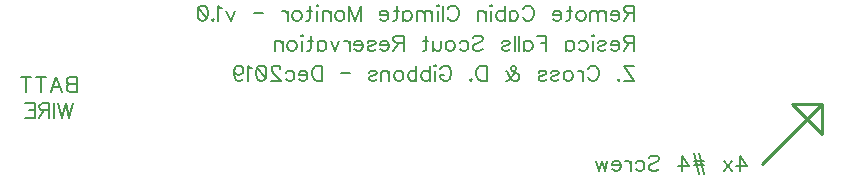
<source format=gbr>
G04 DipTrace 3.3.1.3*
G04 BottomSilk.gbr*
%MOIN*%
G04 #@! TF.FileFunction,Legend,Bot*
G04 #@! TF.Part,Single*
%ADD20C,0.011301*%
%ADD87C,0.00772*%
%FSLAX26Y26*%
G04*
G70*
G90*
G75*
G01*
G04 BotSilk*
%LPD*%
X3506200Y3506200D2*
D20*
X3306200Y3306200D1*
X3506200Y3506200D2*
Y3406200D1*
Y3506200D2*
X3406200D1*
X3506200Y3406200D1*
X3231386Y3284220D2*
D87*
Y3334405D1*
X3255318Y3300967D1*
X3219448D1*
X3204009Y3317714D2*
X3177701Y3284220D1*
Y3317714D2*
X3204009Y3284220D1*
X3094537Y3343994D2*
X3111229Y3274631D1*
X3080167Y3343994D2*
X3096914Y3274631D1*
X3111229Y3316498D2*
X3077790D1*
X3113660Y3302128D2*
X3080167D1*
X3038419Y3284220D2*
Y3334405D1*
X3062351Y3300967D1*
X3026481D1*
X2928948Y3327275D2*
X2933701Y3332084D1*
X2940886Y3334460D1*
X2950448D1*
X2957633Y3332084D1*
X2962441Y3327275D1*
Y3322522D1*
X2960009Y3317714D1*
X2957633Y3315337D1*
X2952879Y3312961D1*
X2938509Y3308152D1*
X2933701Y3305776D1*
X2931324Y3303344D1*
X2928948Y3298591D1*
Y3291406D1*
X2933701Y3286652D1*
X2940886Y3284220D1*
X2950448D1*
X2957633Y3286652D1*
X2962441Y3291406D1*
X2884768Y3310529D2*
X2889577Y3315337D1*
X2894385Y3317714D1*
X2901515D1*
X2906323Y3315337D1*
X2911077Y3310529D1*
X2913508Y3303344D1*
Y3298591D1*
X2911077Y3291406D1*
X2906323Y3286652D1*
X2901515Y3284220D1*
X2894385D1*
X2889577Y3286652D1*
X2884768Y3291406D1*
X2869329Y3317714D2*
Y3284220D1*
Y3303344D2*
X2866897Y3310529D1*
X2862144Y3315337D1*
X2857336Y3317714D1*
X2850151D1*
X2834711Y3303344D2*
X2806026D1*
Y3308152D1*
X2808403Y3312961D1*
X2810780Y3315337D1*
X2815588Y3317714D1*
X2822773D1*
X2827526Y3315337D1*
X2832335Y3310529D1*
X2834711Y3303344D1*
Y3298591D1*
X2832335Y3291406D1*
X2827526Y3286652D1*
X2822773Y3284220D1*
X2815588D1*
X2810780Y3286652D1*
X2806026Y3291406D1*
X2790587Y3317714D2*
X2781026Y3284220D1*
X2771464Y3317714D1*
X2761902Y3284220D1*
X2752341Y3317714D1*
X2879250Y3810529D2*
X2857750D1*
X2850565Y3812961D1*
X2848134Y3815337D1*
X2845757Y3820090D1*
Y3824899D1*
X2848134Y3829652D1*
X2850565Y3832084D1*
X2857750Y3834460D1*
X2879250D1*
Y3784220D1*
X2862504Y3810529D2*
X2845757Y3784220D1*
X2830318Y3803344D2*
X2801633D1*
Y3808152D1*
X2804009Y3812961D1*
X2806386Y3815337D1*
X2811194Y3817714D1*
X2818379D1*
X2823133Y3815337D1*
X2827941Y3810529D1*
X2830318Y3803344D1*
Y3798591D1*
X2827941Y3791406D1*
X2823133Y3786652D1*
X2818379Y3784220D1*
X2811194D1*
X2806386Y3786652D1*
X2801633Y3791406D1*
X2786194Y3817714D2*
Y3784220D1*
Y3808152D2*
X2779009Y3815337D1*
X2774200Y3817714D1*
X2767070D1*
X2762262Y3815337D1*
X2759885Y3808152D1*
Y3784220D1*
Y3808152D2*
X2752700Y3815337D1*
X2747892Y3817714D1*
X2740762D1*
X2735954Y3815337D1*
X2733522Y3808152D1*
Y3784220D1*
X2706144Y3817714D2*
X2710897Y3815337D1*
X2715706Y3810529D1*
X2718082Y3803344D1*
Y3798591D1*
X2715706Y3791406D1*
X2710897Y3786652D1*
X2706144Y3784220D1*
X2698959D1*
X2694151Y3786652D1*
X2689398Y3791406D1*
X2686966Y3798591D1*
Y3803344D1*
X2689398Y3810529D1*
X2694151Y3815337D1*
X2698959Y3817714D1*
X2706144D1*
X2664341Y3834460D2*
Y3793782D1*
X2661965Y3786652D1*
X2657156Y3784220D1*
X2652403D1*
X2671526Y3817714D2*
X2654780D1*
X2636964Y3803344D2*
X2608279D1*
Y3808152D1*
X2610656Y3812961D1*
X2613032Y3815337D1*
X2617841Y3817714D1*
X2625026D1*
X2629779Y3815337D1*
X2634587Y3810529D1*
X2636964Y3803344D1*
Y3798591D1*
X2634587Y3791406D1*
X2629779Y3786652D1*
X2625026Y3784220D1*
X2617841D1*
X2613032Y3786652D1*
X2608279Y3791406D1*
X2508369Y3822522D2*
X2510746Y3827275D1*
X2515554Y3832084D1*
X2520307Y3834460D1*
X2529869D1*
X2534677Y3832084D1*
X2539430Y3827275D1*
X2541862Y3822522D1*
X2544239Y3815337D1*
Y3803344D1*
X2541862Y3796214D1*
X2539430Y3791406D1*
X2534677Y3786652D1*
X2529869Y3784220D1*
X2520307D1*
X2515554Y3786652D1*
X2510746Y3791406D1*
X2508369Y3796214D1*
X2464245Y3817714D2*
Y3784220D1*
Y3810529D2*
X2468998Y3815337D1*
X2473806Y3817714D1*
X2480936D1*
X2485745Y3815337D1*
X2490498Y3810529D1*
X2492930Y3803344D1*
Y3798591D1*
X2490498Y3791406D1*
X2485745Y3786652D1*
X2480936Y3784220D1*
X2473806D1*
X2468998Y3786652D1*
X2464245Y3791406D1*
X2448806Y3834460D2*
Y3784220D1*
Y3810529D2*
X2443997Y3815337D1*
X2439244Y3817714D1*
X2432059D1*
X2427306Y3815337D1*
X2422497Y3810529D1*
X2420121Y3803344D1*
Y3798591D1*
X2422497Y3791406D1*
X2427306Y3786652D1*
X2432059Y3784220D1*
X2439244D1*
X2443997Y3786652D1*
X2448806Y3791406D1*
X2404681Y3834460D2*
X2402305Y3832084D1*
X2399873Y3834460D1*
X2402305Y3836892D1*
X2404681Y3834460D1*
X2402305Y3817714D2*
Y3784220D1*
X2384434Y3817714D2*
Y3784220D1*
Y3808152D2*
X2377249Y3815337D1*
X2372440Y3817714D1*
X2365310D1*
X2360502Y3815337D1*
X2358125Y3808152D1*
Y3784220D1*
X2258215Y3822522D2*
X2260592Y3827275D1*
X2265400Y3832084D1*
X2270154Y3834460D1*
X2279715D1*
X2284524Y3832084D1*
X2289277Y3827275D1*
X2291709Y3822522D1*
X2294085Y3815337D1*
Y3803344D1*
X2291709Y3796214D1*
X2289277Y3791406D1*
X2284524Y3786652D1*
X2279715Y3784220D1*
X2270154D1*
X2265400Y3786652D1*
X2260592Y3791406D1*
X2258215Y3796214D1*
X2242776Y3834460D2*
Y3784220D1*
X2227337Y3834460D2*
X2224960Y3832084D1*
X2222528Y3834460D1*
X2224960Y3836892D1*
X2227337Y3834460D1*
X2224960Y3817714D2*
Y3784220D1*
X2207089Y3817714D2*
Y3784220D1*
Y3808152D2*
X2199904Y3815337D1*
X2195096Y3817714D1*
X2187966D1*
X2183157Y3815337D1*
X2180781Y3808152D1*
Y3784220D1*
Y3808152D2*
X2173596Y3815337D1*
X2168787Y3817714D1*
X2161658D1*
X2156849Y3815337D1*
X2154417Y3808152D1*
Y3784220D1*
X2110293Y3817714D2*
Y3784220D1*
Y3810529D2*
X2115046Y3815337D1*
X2119855Y3817714D1*
X2126985D1*
X2131793Y3815337D1*
X2136546Y3810529D1*
X2138978Y3803344D1*
Y3798591D1*
X2136546Y3791406D1*
X2131793Y3786652D1*
X2126985Y3784220D1*
X2119855D1*
X2115046Y3786652D1*
X2110293Y3791406D1*
X2087669Y3834460D2*
Y3793782D1*
X2085292Y3786652D1*
X2080484Y3784220D1*
X2075731D1*
X2094854Y3817714D2*
X2078107D1*
X2060291Y3803344D2*
X2031606D1*
Y3808152D1*
X2033983Y3812961D1*
X2036360Y3815337D1*
X2041168Y3817714D1*
X2048353D1*
X2053106Y3815337D1*
X2057915Y3810529D1*
X2060291Y3803344D1*
Y3798591D1*
X2057915Y3791406D1*
X2053106Y3786652D1*
X2048353Y3784220D1*
X2041168D1*
X2036360Y3786652D1*
X2031606Y3791406D1*
X1929320Y3784220D2*
Y3834460D1*
X1948443Y3784220D1*
X1967566Y3834460D1*
Y3784220D1*
X1901942Y3817714D2*
X1906695Y3815337D1*
X1911504Y3810529D1*
X1913880Y3803344D1*
Y3798591D1*
X1911504Y3791406D1*
X1906695Y3786652D1*
X1901942Y3784220D1*
X1894757D1*
X1889949Y3786652D1*
X1885196Y3791406D1*
X1882764Y3798591D1*
Y3803344D1*
X1885196Y3810529D1*
X1889949Y3815337D1*
X1894757Y3817714D1*
X1901942D1*
X1867324D2*
Y3784220D1*
Y3808152D2*
X1860139Y3815337D1*
X1855331Y3817714D1*
X1848201D1*
X1843393Y3815337D1*
X1841016Y3808152D1*
Y3784220D1*
X1825577Y3834460D2*
X1823200Y3832084D1*
X1820768Y3834460D1*
X1823200Y3836892D1*
X1825577Y3834460D1*
X1823200Y3817714D2*
Y3784220D1*
X1798144Y3834460D2*
Y3793782D1*
X1795768Y3786652D1*
X1790959Y3784220D1*
X1786206D1*
X1805329Y3817714D2*
X1788583D1*
X1758829D2*
X1763582Y3815337D1*
X1768390Y3810529D1*
X1770767Y3803344D1*
Y3798591D1*
X1768390Y3791406D1*
X1763582Y3786652D1*
X1758829Y3784220D1*
X1751643D1*
X1746835Y3786652D1*
X1742082Y3791406D1*
X1739650Y3798591D1*
Y3803344D1*
X1742082Y3810529D1*
X1746835Y3815337D1*
X1751643Y3817714D1*
X1758829D1*
X1724211D2*
Y3784220D1*
Y3803344D2*
X1721779Y3810529D1*
X1717026Y3815337D1*
X1712217Y3817714D1*
X1705032D1*
X1640992Y3809313D2*
X1613357D1*
X1549317Y3817714D2*
X1534947Y3784220D1*
X1520632Y3817714D1*
X1505193Y3824844D2*
X1500384Y3827275D1*
X1493199Y3834405D1*
Y3784220D1*
X1475384Y3789029D2*
X1477760Y3786597D1*
X1475384Y3784220D1*
X1472952Y3786597D1*
X1475384Y3789029D1*
X1443142Y3834405D2*
X1450327Y3832029D1*
X1455136Y3824844D1*
X1457512Y3812905D1*
Y3805720D1*
X1455136Y3793782D1*
X1450327Y3786597D1*
X1443142Y3784220D1*
X1438389D1*
X1431204Y3786597D1*
X1426451Y3793782D1*
X1424019Y3805720D1*
Y3812905D1*
X1426451Y3824844D1*
X1431204Y3832029D1*
X1438389Y3834405D1*
X1443142D1*
X1426451Y3824844D2*
X1455136Y3793782D1*
X2879250Y3710529D2*
X2857750D1*
X2850565Y3712961D1*
X2848133Y3715337D1*
X2845756Y3720090D1*
Y3724899D1*
X2848133Y3729652D1*
X2850565Y3732084D1*
X2857750Y3734460D1*
X2879250D1*
Y3684220D1*
X2862503Y3710529D2*
X2845756Y3684220D1*
X2830317Y3703344D2*
X2801632D1*
Y3708152D1*
X2804009Y3712961D1*
X2806385Y3715337D1*
X2811194Y3717714D1*
X2818379D1*
X2823132Y3715337D1*
X2827940Y3710529D1*
X2830317Y3703344D1*
Y3698591D1*
X2827940Y3691406D1*
X2823132Y3686652D1*
X2818379Y3684220D1*
X2811194D1*
X2806385Y3686652D1*
X2801632Y3691406D1*
X2759885Y3710529D2*
X2762261Y3715337D1*
X2769446Y3717714D1*
X2776631D1*
X2783816Y3715337D1*
X2786193Y3710529D1*
X2783816Y3705776D1*
X2779008Y3703344D1*
X2767070Y3700967D1*
X2762261Y3698591D1*
X2759885Y3693782D1*
Y3691406D1*
X2762261Y3686652D1*
X2769446Y3684220D1*
X2776631D1*
X2783816Y3686652D1*
X2786193Y3691406D1*
X2744445Y3734460D2*
X2742069Y3732084D1*
X2739637Y3734460D1*
X2742069Y3736892D1*
X2744445Y3734460D1*
X2742069Y3717714D2*
Y3684220D1*
X2695457Y3710529D2*
X2700266Y3715337D1*
X2705074Y3717714D1*
X2712204D1*
X2717013Y3715337D1*
X2721766Y3710529D1*
X2724198Y3703344D1*
Y3698591D1*
X2721766Y3691406D1*
X2717013Y3686652D1*
X2712204Y3684220D1*
X2705074D1*
X2700266Y3686652D1*
X2695457Y3691406D1*
X2651333Y3717714D2*
Y3684220D1*
Y3710529D2*
X2656086Y3715337D1*
X2660895Y3717714D1*
X2668025D1*
X2672833Y3715337D1*
X2677586Y3710529D1*
X2680018Y3703344D1*
Y3698591D1*
X2677586Y3691406D1*
X2672833Y3686652D1*
X2668025Y3684220D1*
X2660895D1*
X2656086Y3686652D1*
X2651333Y3691406D1*
X2556176Y3734460D2*
X2587293D1*
Y3684220D1*
Y3710529D2*
X2568170D1*
X2512052Y3717714D2*
Y3684220D1*
Y3710529D2*
X2516805Y3715337D1*
X2521614Y3717714D1*
X2528744D1*
X2533552Y3715337D1*
X2538305Y3710529D1*
X2540737Y3703344D1*
Y3698591D1*
X2538305Y3691406D1*
X2533552Y3686652D1*
X2528744Y3684220D1*
X2521614D1*
X2516805Y3686652D1*
X2512052Y3691406D1*
X2496613Y3734460D2*
Y3684220D1*
X2481174Y3734460D2*
Y3684220D1*
X2439426Y3710529D2*
X2441803Y3715337D1*
X2448988Y3717714D1*
X2456173D1*
X2463358Y3715337D1*
X2465734Y3710529D1*
X2463358Y3705776D1*
X2458549Y3703344D1*
X2446611Y3700967D1*
X2441803Y3698591D1*
X2439426Y3693782D1*
Y3691406D1*
X2441803Y3686652D1*
X2448988Y3684220D1*
X2456173D1*
X2463358Y3686652D1*
X2465734Y3691406D1*
X2341893Y3727275D2*
X2346646Y3732084D1*
X2353831Y3734460D1*
X2363392D1*
X2370578Y3732084D1*
X2375386Y3727275D1*
Y3722522D1*
X2372954Y3717714D1*
X2370578Y3715337D1*
X2365824Y3712961D1*
X2351454Y3708152D1*
X2346646Y3705776D1*
X2344269Y3703344D1*
X2341893Y3698591D1*
Y3691406D1*
X2346646Y3686652D1*
X2353831Y3684220D1*
X2363392D1*
X2370578Y3686652D1*
X2375386Y3691406D1*
X2297713Y3710529D2*
X2302522Y3715337D1*
X2307330Y3717714D1*
X2314460D1*
X2319268Y3715337D1*
X2324022Y3710529D1*
X2326453Y3703344D1*
Y3698591D1*
X2324022Y3691406D1*
X2319268Y3686652D1*
X2314460Y3684220D1*
X2307330D1*
X2302522Y3686652D1*
X2297713Y3691406D1*
X2270336Y3717714D2*
X2275089Y3715337D1*
X2279897Y3710529D1*
X2282274Y3703344D1*
Y3698591D1*
X2279897Y3691406D1*
X2275089Y3686652D1*
X2270336Y3684220D1*
X2263151D1*
X2258342Y3686652D1*
X2253589Y3691406D1*
X2251157Y3698591D1*
Y3703344D1*
X2253589Y3710529D1*
X2258342Y3715337D1*
X2263151Y3717714D1*
X2270336D1*
X2235718D2*
Y3693782D1*
X2233341Y3686652D1*
X2228533Y3684220D1*
X2221348D1*
X2216595Y3686652D1*
X2209410Y3693782D1*
Y3717714D2*
Y3684220D1*
X2186785Y3734460D2*
Y3693782D1*
X2184409Y3686652D1*
X2179600Y3684220D1*
X2174847D1*
X2193970Y3717714D2*
X2177224D1*
X2110807Y3710529D2*
X2089307D1*
X2082122Y3712961D1*
X2079690Y3715337D1*
X2077314Y3720090D1*
Y3724899D1*
X2079690Y3729652D1*
X2082122Y3732084D1*
X2089307Y3734460D1*
X2110807D1*
Y3684220D1*
X2094060Y3710529D2*
X2077314Y3684220D1*
X2061874Y3703344D2*
X2033189D1*
Y3708152D1*
X2035566Y3712961D1*
X2037943Y3715337D1*
X2042751Y3717714D1*
X2049936D1*
X2054689Y3715337D1*
X2059498Y3710529D1*
X2061874Y3703344D1*
Y3698591D1*
X2059498Y3691406D1*
X2054689Y3686652D1*
X2049936Y3684220D1*
X2042751D1*
X2037943Y3686652D1*
X2033189Y3691406D1*
X1991442Y3710529D2*
X1993819Y3715337D1*
X2001004Y3717714D1*
X2008189D1*
X2015374Y3715337D1*
X2017750Y3710529D1*
X2015374Y3705776D1*
X2010565Y3703344D1*
X1998627Y3700967D1*
X1993819Y3698591D1*
X1991442Y3693782D1*
Y3691406D1*
X1993819Y3686652D1*
X2001004Y3684220D1*
X2008189D1*
X2015374Y3686652D1*
X2017750Y3691406D1*
X1976003Y3703344D2*
X1947318D1*
Y3708152D1*
X1949694Y3712961D1*
X1952071Y3715337D1*
X1956879Y3717714D1*
X1964064D1*
X1968818Y3715337D1*
X1973626Y3710529D1*
X1976003Y3703344D1*
Y3698591D1*
X1973626Y3691406D1*
X1968818Y3686652D1*
X1964064Y3684220D1*
X1956879D1*
X1952071Y3686652D1*
X1947318Y3691406D1*
X1931879Y3717714D2*
Y3684220D1*
Y3703344D2*
X1929447Y3710529D1*
X1924694Y3715337D1*
X1919885Y3717714D1*
X1912700D1*
X1897261D2*
X1882891Y3684220D1*
X1868576Y3717714D1*
X1824452D2*
Y3684220D1*
Y3710529D2*
X1829205Y3715337D1*
X1834013Y3717714D1*
X1841143D1*
X1845952Y3715337D1*
X1850705Y3710529D1*
X1853137Y3703344D1*
Y3698591D1*
X1850705Y3691406D1*
X1845952Y3686652D1*
X1841143Y3684220D1*
X1834013D1*
X1829205Y3686652D1*
X1824452Y3691406D1*
X1801827Y3734460D2*
Y3693782D1*
X1799451Y3686652D1*
X1794642Y3684220D1*
X1789889D1*
X1809013Y3717714D2*
X1792266D1*
X1774450Y3734460D2*
X1772073Y3732084D1*
X1769642Y3734460D1*
X1772073Y3736892D1*
X1774450Y3734460D1*
X1772073Y3717714D2*
Y3684220D1*
X1742264Y3717714D2*
X1747017Y3715337D1*
X1751826Y3710529D1*
X1754202Y3703344D1*
Y3698591D1*
X1751826Y3691406D1*
X1747017Y3686652D1*
X1742264Y3684220D1*
X1735079D1*
X1730271Y3686652D1*
X1725517Y3691406D1*
X1723086Y3698591D1*
Y3703344D1*
X1725517Y3710529D1*
X1730271Y3715337D1*
X1735079Y3717714D1*
X1742264D1*
X1707646D2*
Y3684220D1*
Y3708152D2*
X1700461Y3715337D1*
X1695653Y3717714D1*
X1688523D1*
X1683715Y3715337D1*
X1681338Y3708152D1*
Y3684220D1*
X2879250Y3634460D2*
X2845757D1*
X2879250Y3584220D1*
X2845757D1*
X2827941Y3589029D2*
X2830317Y3586597D1*
X2827941Y3584220D1*
X2825509Y3586597D1*
X2827941Y3589029D1*
X2725599Y3622522D2*
X2727975Y3627275D1*
X2732784Y3632084D1*
X2737537Y3634460D1*
X2747099D1*
X2751907Y3632084D1*
X2756660Y3627275D1*
X2759092Y3622522D1*
X2761469Y3615337D1*
Y3603344D1*
X2759092Y3596214D1*
X2756660Y3591406D1*
X2751907Y3586652D1*
X2747099Y3584220D1*
X2737537D1*
X2732784Y3586652D1*
X2727975Y3591406D1*
X2725599Y3596214D1*
X2710160Y3617714D2*
Y3584220D1*
Y3603344D2*
X2707728Y3610529D1*
X2702975Y3615337D1*
X2698166Y3617714D1*
X2690981D1*
X2663604D2*
X2668357Y3615337D1*
X2673165Y3610529D1*
X2675542Y3603344D1*
Y3598591D1*
X2673165Y3591406D1*
X2668357Y3586652D1*
X2663604Y3584220D1*
X2656419D1*
X2651610Y3586652D1*
X2646857Y3591406D1*
X2644425Y3598591D1*
Y3603344D1*
X2646857Y3610529D1*
X2651610Y3615337D1*
X2656419Y3617714D1*
X2663604D1*
X2602677Y3610529D2*
X2605054Y3615337D1*
X2612239Y3617714D1*
X2619424D1*
X2626609Y3615337D1*
X2628986Y3610529D1*
X2626609Y3605776D1*
X2621801Y3603344D1*
X2609863Y3600967D1*
X2605054Y3598591D1*
X2602677Y3593782D1*
Y3591406D1*
X2605054Y3586652D1*
X2612239Y3584220D1*
X2619424D1*
X2626609Y3586652D1*
X2628986Y3591406D1*
X2560930Y3610529D2*
X2563307Y3615337D1*
X2570492Y3617714D1*
X2577677D1*
X2584862Y3615337D1*
X2587238Y3610529D1*
X2584862Y3605776D1*
X2580053Y3603344D1*
X2568115Y3600967D1*
X2563307Y3598591D1*
X2560930Y3593782D1*
Y3591406D1*
X2563307Y3586652D1*
X2570492Y3584220D1*
X2577677D1*
X2584862Y3586652D1*
X2587238Y3591406D1*
X2451458Y3617714D2*
X2453890D1*
X2456267Y3615282D1*
X2458643Y3610529D1*
X2463452Y3598591D1*
X2468205Y3591406D1*
X2472958Y3586597D1*
X2477766Y3584220D1*
X2487328D1*
X2492081Y3586597D1*
X2494513Y3589029D1*
X2496890Y3593782D1*
Y3598591D1*
X2494513Y3603344D1*
X2492081Y3605720D1*
X2475390Y3615282D1*
X2472958Y3617714D1*
X2470581Y3622467D1*
Y3627275D1*
X2472958Y3632029D1*
X2477766Y3634405D1*
X2482520Y3632029D1*
X2484952Y3627275D1*
Y3622467D1*
X2482520Y3615282D1*
X2477766Y3608152D1*
X2465828Y3591406D1*
X2461020Y3586597D1*
X2456267Y3584220D1*
X2451458D1*
X2387418Y3634460D2*
Y3584220D1*
X2370671D1*
X2363486Y3586652D1*
X2358678Y3591406D1*
X2356301Y3596214D1*
X2353925Y3603344D1*
Y3615337D1*
X2356301Y3622522D1*
X2358678Y3627275D1*
X2363486Y3632084D1*
X2370671Y3634460D1*
X2387418D1*
X2336109Y3589029D2*
X2338485Y3586597D1*
X2336109Y3584220D1*
X2333677Y3586597D1*
X2336109Y3589029D1*
X2233767Y3622522D2*
X2236143Y3627275D1*
X2240952Y3632084D1*
X2245705Y3634460D1*
X2255267D1*
X2260075Y3632084D1*
X2264828Y3627275D1*
X2267260Y3622522D1*
X2269637Y3615337D1*
Y3603344D1*
X2267260Y3596214D1*
X2264828Y3591406D1*
X2260075Y3586652D1*
X2255267Y3584220D1*
X2245705D1*
X2240952Y3586652D1*
X2236143Y3591406D1*
X2233767Y3596214D1*
Y3603344D1*
X2245705D1*
X2218328Y3634460D2*
X2215951Y3632084D1*
X2213519Y3634460D1*
X2215951Y3636892D1*
X2218328Y3634460D1*
X2215951Y3617714D2*
Y3584220D1*
X2198080Y3634460D2*
Y3584220D1*
Y3610529D2*
X2193271Y3615337D1*
X2188518Y3617714D1*
X2181333D1*
X2176580Y3615337D1*
X2171772Y3610529D1*
X2169395Y3603344D1*
Y3598591D1*
X2171772Y3591406D1*
X2176580Y3586652D1*
X2181333Y3584220D1*
X2188518D1*
X2193271Y3586652D1*
X2198080Y3591406D1*
X2153956Y3634460D2*
Y3584220D1*
Y3610529D2*
X2149147Y3615337D1*
X2144394Y3617714D1*
X2137209D1*
X2132456Y3615337D1*
X2127647Y3610529D1*
X2125271Y3603344D1*
Y3598591D1*
X2127647Y3591406D1*
X2132456Y3586652D1*
X2137209Y3584220D1*
X2144394D1*
X2149147Y3586652D1*
X2153956Y3591406D1*
X2097893Y3617714D2*
X2102647Y3615337D1*
X2107455Y3610529D1*
X2109832Y3603344D1*
Y3598591D1*
X2107455Y3591406D1*
X2102647Y3586652D1*
X2097893Y3584220D1*
X2090708D1*
X2085900Y3586652D1*
X2081147Y3591406D1*
X2078715Y3598591D1*
Y3603344D1*
X2081147Y3610529D1*
X2085900Y3615337D1*
X2090708Y3617714D1*
X2097893D1*
X2063276D2*
Y3584220D1*
Y3608152D2*
X2056091Y3615337D1*
X2051282Y3617714D1*
X2044152D1*
X2039344Y3615337D1*
X2036967Y3608152D1*
Y3584220D1*
X1995220Y3610529D2*
X1997596Y3615337D1*
X2004781Y3617714D1*
X2011966D1*
X2019151Y3615337D1*
X2021528Y3610529D1*
X2019151Y3605776D1*
X2014343Y3603344D1*
X2002405Y3600967D1*
X1997596Y3598591D1*
X1995220Y3593782D1*
Y3591406D1*
X1997596Y3586652D1*
X2004781Y3584220D1*
X2011966D1*
X2019151Y3586652D1*
X2021528Y3591406D1*
X1931180Y3609313D2*
X1903545D1*
X1839505Y3634460D2*
Y3584220D1*
X1822758D1*
X1815573Y3586652D1*
X1810764Y3591406D1*
X1808388Y3596214D1*
X1806011Y3603344D1*
Y3615337D1*
X1808388Y3622522D1*
X1810764Y3627275D1*
X1815573Y3632084D1*
X1822758Y3634460D1*
X1839505D1*
X1790572Y3603344D2*
X1761887D1*
Y3608152D1*
X1764264Y3612961D1*
X1766640Y3615337D1*
X1771449Y3617714D1*
X1778634D1*
X1783387Y3615337D1*
X1788195Y3610529D1*
X1790572Y3603344D1*
Y3598591D1*
X1788195Y3591406D1*
X1783387Y3586652D1*
X1778634Y3584220D1*
X1771449D1*
X1766640Y3586652D1*
X1761887Y3591406D1*
X1717708Y3610529D2*
X1722516Y3615337D1*
X1727325Y3617714D1*
X1734454D1*
X1739263Y3615337D1*
X1744016Y3610529D1*
X1746448Y3603344D1*
Y3598591D1*
X1744016Y3591406D1*
X1739263Y3586652D1*
X1734454Y3584220D1*
X1727325D1*
X1722516Y3586652D1*
X1717708Y3591406D1*
X1699837Y3622467D2*
Y3624844D1*
X1697460Y3629652D1*
X1695083Y3632029D1*
X1690275Y3634405D1*
X1680713D1*
X1675960Y3632029D1*
X1673584Y3629652D1*
X1671152Y3624844D1*
Y3620090D1*
X1673584Y3615282D1*
X1678337Y3608152D1*
X1702268Y3584220D1*
X1668775D1*
X1638966Y3634405D2*
X1646151Y3632029D1*
X1650959Y3624844D1*
X1653336Y3612905D1*
Y3605720D1*
X1650959Y3593782D1*
X1646151Y3586597D1*
X1638966Y3584220D1*
X1634213D1*
X1627028Y3586597D1*
X1622274Y3593782D1*
X1619843Y3605720D1*
Y3612905D1*
X1622274Y3624844D1*
X1627028Y3632029D1*
X1634213Y3634405D1*
X1638966D1*
X1622274Y3624844D2*
X1650959Y3593782D1*
X1604403Y3624844D2*
X1599595Y3627275D1*
X1592410Y3634405D1*
Y3584220D1*
X1545854Y3617714D2*
X1548286Y3610529D1*
X1553039Y3605720D1*
X1560224Y3603344D1*
X1562600D1*
X1569785Y3605720D1*
X1574539Y3610529D1*
X1576971Y3617714D1*
Y3620090D1*
X1574539Y3627275D1*
X1569785Y3632029D1*
X1562600Y3634405D1*
X1560224D1*
X1553039Y3632029D1*
X1548286Y3627275D1*
X1545854Y3617714D1*
Y3605720D1*
X1548286Y3593782D1*
X1553039Y3586597D1*
X1560224Y3584220D1*
X1564977D1*
X1572162Y3586597D1*
X1574539Y3591406D1*
X1021619Y3596960D2*
Y3546720D1*
X1000064D1*
X992879Y3549152D1*
X990502Y3551529D1*
X988125Y3556282D1*
Y3563467D1*
X990502Y3568276D1*
X992879Y3570652D1*
X1000064Y3573029D1*
X992879Y3575461D1*
X990502Y3577837D1*
X988125Y3582590D1*
Y3587399D1*
X990502Y3592152D1*
X992879Y3594584D1*
X1000064Y3596960D1*
X1021619D1*
Y3573029D2*
X1000064D1*
X934384Y3546720D2*
X953563Y3596960D1*
X972686Y3546720D1*
X965501Y3563467D2*
X941569D1*
X902198Y3596960D2*
Y3546720D1*
X918945Y3596960D2*
X885452D1*
X853266D2*
Y3546720D1*
X870012Y3596960D2*
X836519D1*
X1008438Y3509460D2*
X996444Y3459220D1*
X984506Y3509460D1*
X972568Y3459220D1*
X960574Y3509460D1*
X945135D2*
Y3459220D1*
X929696Y3485529D2*
X908196D1*
X901011Y3487961D1*
X898579Y3490337D1*
X896202Y3495090D1*
Y3499899D1*
X898579Y3504652D1*
X901011Y3507084D1*
X908196Y3509460D1*
X929696D1*
Y3459220D1*
X912949Y3485529D2*
X896202Y3459220D1*
X849702Y3509460D2*
X880763D1*
Y3459220D1*
X849702D1*
X880763Y3485529D2*
X861640D1*
M02*

</source>
